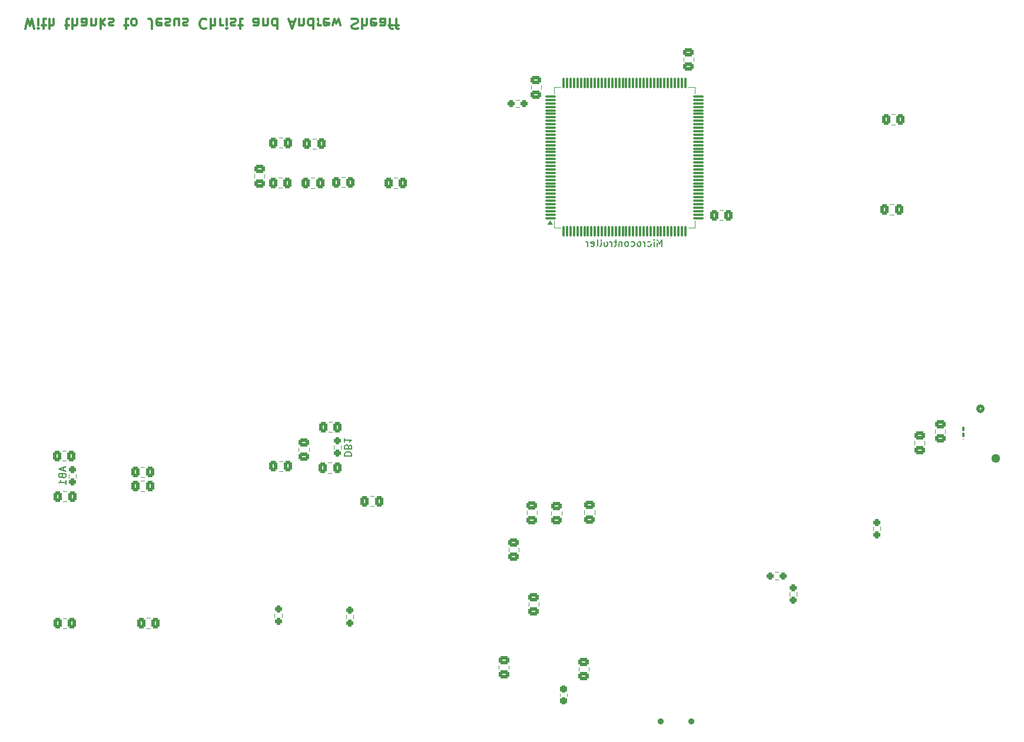
<source format=gbo>
G04 #@! TF.GenerationSoftware,KiCad,Pcbnew,8.0.5*
G04 #@! TF.CreationDate,2024-11-21T04:32:58-05:00*
G04 #@! TF.ProjectId,PCB_Order3,5043425f-4f72-4646-9572-332e6b696361,rev?*
G04 #@! TF.SameCoordinates,Original*
G04 #@! TF.FileFunction,Legend,Bot*
G04 #@! TF.FilePolarity,Positive*
%FSLAX46Y46*%
G04 Gerber Fmt 4.6, Leading zero omitted, Abs format (unit mm)*
G04 Created by KiCad (PCBNEW 8.0.5) date 2024-11-21 04:32:58*
%MOMM*%
%LPD*%
G01*
G04 APERTURE LIST*
G04 Aperture macros list*
%AMRoundRect*
0 Rectangle with rounded corners*
0 $1 Rounding radius*
0 $2 $3 $4 $5 $6 $7 $8 $9 X,Y pos of 4 corners*
0 Add a 4 corners polygon primitive as box body*
4,1,4,$2,$3,$4,$5,$6,$7,$8,$9,$2,$3,0*
0 Add four circle primitives for the rounded corners*
1,1,$1+$1,$2,$3*
1,1,$1+$1,$4,$5*
1,1,$1+$1,$6,$7*
1,1,$1+$1,$8,$9*
0 Add four rect primitives between the rounded corners*
20,1,$1+$1,$2,$3,$4,$5,0*
20,1,$1+$1,$4,$5,$6,$7,0*
20,1,$1+$1,$6,$7,$8,$9,0*
20,1,$1+$1,$8,$9,$2,$3,0*%
G04 Aperture macros list end*
%ADD10C,0.300000*%
%ADD11C,0.150000*%
%ADD12C,0.120000*%
%ADD13C,0.508000*%
%ADD14C,0.100000*%
%ADD15C,1.295400*%
%ADD16C,0.900000*%
%ADD17RoundRect,0.237500X-0.237500X0.250000X-0.237500X-0.250000X0.237500X-0.250000X0.237500X0.250000X0*%
%ADD18C,1.303000*%
%ADD19C,1.300000*%
%ADD20R,1.700000X1.700000*%
%ADD21O,1.700000X1.700000*%
%ADD22C,1.600000*%
%ADD23C,1.574800*%
%ADD24R,1.600000X1.600000*%
%ADD25R,1.320800X1.320800*%
%ADD26C,1.320800*%
%ADD27R,3.765000X3.765000*%
%ADD28C,3.765000*%
%ADD29RoundRect,0.250000X0.337500X0.475000X-0.337500X0.475000X-0.337500X-0.475000X0.337500X-0.475000X0*%
%ADD30RoundRect,0.100000X0.100000X-0.217500X0.100000X0.217500X-0.100000X0.217500X-0.100000X-0.217500X0*%
%ADD31RoundRect,0.237500X0.250000X0.237500X-0.250000X0.237500X-0.250000X-0.237500X0.250000X-0.237500X0*%
%ADD32RoundRect,0.250000X0.475000X-0.337500X0.475000X0.337500X-0.475000X0.337500X-0.475000X-0.337500X0*%
%ADD33RoundRect,0.237500X-0.237500X0.300000X-0.237500X-0.300000X0.237500X-0.300000X0.237500X0.300000X0*%
%ADD34RoundRect,0.250000X-0.337500X-0.475000X0.337500X-0.475000X0.337500X0.475000X-0.337500X0.475000X0*%
%ADD35RoundRect,0.237500X-0.250000X-0.237500X0.250000X-0.237500X0.250000X0.237500X-0.250000X0.237500X0*%
%ADD36RoundRect,0.250000X-0.475000X0.337500X-0.475000X-0.337500X0.475000X-0.337500X0.475000X0.337500X0*%
%ADD37RoundRect,0.075000X-0.075000X-0.662500X0.075000X-0.662500X0.075000X0.662500X-0.075000X0.662500X0*%
%ADD38RoundRect,0.075000X-0.662500X-0.075000X0.662500X-0.075000X0.662500X0.075000X-0.662500X0.075000X0*%
%ADD39RoundRect,0.237500X0.237500X-0.250000X0.237500X0.250000X-0.237500X0.250000X-0.237500X-0.250000X0*%
%ADD40C,0.350000*%
%ADD41C,0.450000*%
%ADD42C,0.600000*%
G04 APERTURE END LIST*
D10*
X33871653Y-65079171D02*
X34228796Y-63579171D01*
X34228796Y-63579171D02*
X34514510Y-64650600D01*
X34514510Y-64650600D02*
X34800225Y-63579171D01*
X34800225Y-63579171D02*
X35157368Y-65079171D01*
X35728796Y-63579171D02*
X35728796Y-64579171D01*
X35728796Y-65079171D02*
X35657368Y-65007742D01*
X35657368Y-65007742D02*
X35728796Y-64936314D01*
X35728796Y-64936314D02*
X35800225Y-65007742D01*
X35800225Y-65007742D02*
X35728796Y-65079171D01*
X35728796Y-65079171D02*
X35728796Y-64936314D01*
X36228797Y-64579171D02*
X36800225Y-64579171D01*
X36443082Y-65079171D02*
X36443082Y-63793457D01*
X36443082Y-63793457D02*
X36514511Y-63650600D01*
X36514511Y-63650600D02*
X36657368Y-63579171D01*
X36657368Y-63579171D02*
X36800225Y-63579171D01*
X37300225Y-63579171D02*
X37300225Y-65079171D01*
X37943083Y-63579171D02*
X37943083Y-64364885D01*
X37943083Y-64364885D02*
X37871654Y-64507742D01*
X37871654Y-64507742D02*
X37728797Y-64579171D01*
X37728797Y-64579171D02*
X37514511Y-64579171D01*
X37514511Y-64579171D02*
X37371654Y-64507742D01*
X37371654Y-64507742D02*
X37300225Y-64436314D01*
X39585940Y-64579171D02*
X40157368Y-64579171D01*
X39800225Y-65079171D02*
X39800225Y-63793457D01*
X39800225Y-63793457D02*
X39871654Y-63650600D01*
X39871654Y-63650600D02*
X40014511Y-63579171D01*
X40014511Y-63579171D02*
X40157368Y-63579171D01*
X40657368Y-63579171D02*
X40657368Y-65079171D01*
X41300226Y-63579171D02*
X41300226Y-64364885D01*
X41300226Y-64364885D02*
X41228797Y-64507742D01*
X41228797Y-64507742D02*
X41085940Y-64579171D01*
X41085940Y-64579171D02*
X40871654Y-64579171D01*
X40871654Y-64579171D02*
X40728797Y-64507742D01*
X40728797Y-64507742D02*
X40657368Y-64436314D01*
X42657369Y-63579171D02*
X42657369Y-64364885D01*
X42657369Y-64364885D02*
X42585940Y-64507742D01*
X42585940Y-64507742D02*
X42443083Y-64579171D01*
X42443083Y-64579171D02*
X42157369Y-64579171D01*
X42157369Y-64579171D02*
X42014511Y-64507742D01*
X42657369Y-63650600D02*
X42514511Y-63579171D01*
X42514511Y-63579171D02*
X42157369Y-63579171D01*
X42157369Y-63579171D02*
X42014511Y-63650600D01*
X42014511Y-63650600D02*
X41943083Y-63793457D01*
X41943083Y-63793457D02*
X41943083Y-63936314D01*
X41943083Y-63936314D02*
X42014511Y-64079171D01*
X42014511Y-64079171D02*
X42157369Y-64150600D01*
X42157369Y-64150600D02*
X42514511Y-64150600D01*
X42514511Y-64150600D02*
X42657369Y-64222028D01*
X43371654Y-64579171D02*
X43371654Y-63579171D01*
X43371654Y-64436314D02*
X43443083Y-64507742D01*
X43443083Y-64507742D02*
X43585940Y-64579171D01*
X43585940Y-64579171D02*
X43800226Y-64579171D01*
X43800226Y-64579171D02*
X43943083Y-64507742D01*
X43943083Y-64507742D02*
X44014512Y-64364885D01*
X44014512Y-64364885D02*
X44014512Y-63579171D01*
X44728797Y-63579171D02*
X44728797Y-65079171D01*
X44871655Y-64150600D02*
X45300226Y-63579171D01*
X45300226Y-64579171D02*
X44728797Y-64007742D01*
X45871655Y-63650600D02*
X46014512Y-63579171D01*
X46014512Y-63579171D02*
X46300226Y-63579171D01*
X46300226Y-63579171D02*
X46443083Y-63650600D01*
X46443083Y-63650600D02*
X46514512Y-63793457D01*
X46514512Y-63793457D02*
X46514512Y-63864885D01*
X46514512Y-63864885D02*
X46443083Y-64007742D01*
X46443083Y-64007742D02*
X46300226Y-64079171D01*
X46300226Y-64079171D02*
X46085941Y-64079171D01*
X46085941Y-64079171D02*
X45943083Y-64150600D01*
X45943083Y-64150600D02*
X45871655Y-64293457D01*
X45871655Y-64293457D02*
X45871655Y-64364885D01*
X45871655Y-64364885D02*
X45943083Y-64507742D01*
X45943083Y-64507742D02*
X46085941Y-64579171D01*
X46085941Y-64579171D02*
X46300226Y-64579171D01*
X46300226Y-64579171D02*
X46443083Y-64507742D01*
X48085941Y-64579171D02*
X48657369Y-64579171D01*
X48300226Y-65079171D02*
X48300226Y-63793457D01*
X48300226Y-63793457D02*
X48371655Y-63650600D01*
X48371655Y-63650600D02*
X48514512Y-63579171D01*
X48514512Y-63579171D02*
X48657369Y-63579171D01*
X49371655Y-63579171D02*
X49228798Y-63650600D01*
X49228798Y-63650600D02*
X49157369Y-63722028D01*
X49157369Y-63722028D02*
X49085941Y-63864885D01*
X49085941Y-63864885D02*
X49085941Y-64293457D01*
X49085941Y-64293457D02*
X49157369Y-64436314D01*
X49157369Y-64436314D02*
X49228798Y-64507742D01*
X49228798Y-64507742D02*
X49371655Y-64579171D01*
X49371655Y-64579171D02*
X49585941Y-64579171D01*
X49585941Y-64579171D02*
X49728798Y-64507742D01*
X49728798Y-64507742D02*
X49800227Y-64436314D01*
X49800227Y-64436314D02*
X49871655Y-64293457D01*
X49871655Y-64293457D02*
X49871655Y-63864885D01*
X49871655Y-63864885D02*
X49800227Y-63722028D01*
X49800227Y-63722028D02*
X49728798Y-63650600D01*
X49728798Y-63650600D02*
X49585941Y-63579171D01*
X49585941Y-63579171D02*
X49371655Y-63579171D01*
X52085941Y-65079171D02*
X52085941Y-64007742D01*
X52085941Y-64007742D02*
X52014512Y-63793457D01*
X52014512Y-63793457D02*
X51871655Y-63650600D01*
X51871655Y-63650600D02*
X51657369Y-63579171D01*
X51657369Y-63579171D02*
X51514512Y-63579171D01*
X53371655Y-63650600D02*
X53228798Y-63579171D01*
X53228798Y-63579171D02*
X52943084Y-63579171D01*
X52943084Y-63579171D02*
X52800226Y-63650600D01*
X52800226Y-63650600D02*
X52728798Y-63793457D01*
X52728798Y-63793457D02*
X52728798Y-64364885D01*
X52728798Y-64364885D02*
X52800226Y-64507742D01*
X52800226Y-64507742D02*
X52943084Y-64579171D01*
X52943084Y-64579171D02*
X53228798Y-64579171D01*
X53228798Y-64579171D02*
X53371655Y-64507742D01*
X53371655Y-64507742D02*
X53443084Y-64364885D01*
X53443084Y-64364885D02*
X53443084Y-64222028D01*
X53443084Y-64222028D02*
X52728798Y-64079171D01*
X54014512Y-63650600D02*
X54157369Y-63579171D01*
X54157369Y-63579171D02*
X54443083Y-63579171D01*
X54443083Y-63579171D02*
X54585940Y-63650600D01*
X54585940Y-63650600D02*
X54657369Y-63793457D01*
X54657369Y-63793457D02*
X54657369Y-63864885D01*
X54657369Y-63864885D02*
X54585940Y-64007742D01*
X54585940Y-64007742D02*
X54443083Y-64079171D01*
X54443083Y-64079171D02*
X54228798Y-64079171D01*
X54228798Y-64079171D02*
X54085940Y-64150600D01*
X54085940Y-64150600D02*
X54014512Y-64293457D01*
X54014512Y-64293457D02*
X54014512Y-64364885D01*
X54014512Y-64364885D02*
X54085940Y-64507742D01*
X54085940Y-64507742D02*
X54228798Y-64579171D01*
X54228798Y-64579171D02*
X54443083Y-64579171D01*
X54443083Y-64579171D02*
X54585940Y-64507742D01*
X55943084Y-64579171D02*
X55943084Y-63579171D01*
X55300226Y-64579171D02*
X55300226Y-63793457D01*
X55300226Y-63793457D02*
X55371655Y-63650600D01*
X55371655Y-63650600D02*
X55514512Y-63579171D01*
X55514512Y-63579171D02*
X55728798Y-63579171D01*
X55728798Y-63579171D02*
X55871655Y-63650600D01*
X55871655Y-63650600D02*
X55943084Y-63722028D01*
X56585941Y-63650600D02*
X56728798Y-63579171D01*
X56728798Y-63579171D02*
X57014512Y-63579171D01*
X57014512Y-63579171D02*
X57157369Y-63650600D01*
X57157369Y-63650600D02*
X57228798Y-63793457D01*
X57228798Y-63793457D02*
X57228798Y-63864885D01*
X57228798Y-63864885D02*
X57157369Y-64007742D01*
X57157369Y-64007742D02*
X57014512Y-64079171D01*
X57014512Y-64079171D02*
X56800227Y-64079171D01*
X56800227Y-64079171D02*
X56657369Y-64150600D01*
X56657369Y-64150600D02*
X56585941Y-64293457D01*
X56585941Y-64293457D02*
X56585941Y-64364885D01*
X56585941Y-64364885D02*
X56657369Y-64507742D01*
X56657369Y-64507742D02*
X56800227Y-64579171D01*
X56800227Y-64579171D02*
X57014512Y-64579171D01*
X57014512Y-64579171D02*
X57157369Y-64507742D01*
X59871655Y-63722028D02*
X59800227Y-63650600D01*
X59800227Y-63650600D02*
X59585941Y-63579171D01*
X59585941Y-63579171D02*
X59443084Y-63579171D01*
X59443084Y-63579171D02*
X59228798Y-63650600D01*
X59228798Y-63650600D02*
X59085941Y-63793457D01*
X59085941Y-63793457D02*
X59014512Y-63936314D01*
X59014512Y-63936314D02*
X58943084Y-64222028D01*
X58943084Y-64222028D02*
X58943084Y-64436314D01*
X58943084Y-64436314D02*
X59014512Y-64722028D01*
X59014512Y-64722028D02*
X59085941Y-64864885D01*
X59085941Y-64864885D02*
X59228798Y-65007742D01*
X59228798Y-65007742D02*
X59443084Y-65079171D01*
X59443084Y-65079171D02*
X59585941Y-65079171D01*
X59585941Y-65079171D02*
X59800227Y-65007742D01*
X59800227Y-65007742D02*
X59871655Y-64936314D01*
X60514512Y-63579171D02*
X60514512Y-65079171D01*
X61157370Y-63579171D02*
X61157370Y-64364885D01*
X61157370Y-64364885D02*
X61085941Y-64507742D01*
X61085941Y-64507742D02*
X60943084Y-64579171D01*
X60943084Y-64579171D02*
X60728798Y-64579171D01*
X60728798Y-64579171D02*
X60585941Y-64507742D01*
X60585941Y-64507742D02*
X60514512Y-64436314D01*
X61871655Y-63579171D02*
X61871655Y-64579171D01*
X61871655Y-64293457D02*
X61943084Y-64436314D01*
X61943084Y-64436314D02*
X62014513Y-64507742D01*
X62014513Y-64507742D02*
X62157370Y-64579171D01*
X62157370Y-64579171D02*
X62300227Y-64579171D01*
X62800226Y-63579171D02*
X62800226Y-64579171D01*
X62800226Y-65079171D02*
X62728798Y-65007742D01*
X62728798Y-65007742D02*
X62800226Y-64936314D01*
X62800226Y-64936314D02*
X62871655Y-65007742D01*
X62871655Y-65007742D02*
X62800226Y-65079171D01*
X62800226Y-65079171D02*
X62800226Y-64936314D01*
X63443084Y-63650600D02*
X63585941Y-63579171D01*
X63585941Y-63579171D02*
X63871655Y-63579171D01*
X63871655Y-63579171D02*
X64014512Y-63650600D01*
X64014512Y-63650600D02*
X64085941Y-63793457D01*
X64085941Y-63793457D02*
X64085941Y-63864885D01*
X64085941Y-63864885D02*
X64014512Y-64007742D01*
X64014512Y-64007742D02*
X63871655Y-64079171D01*
X63871655Y-64079171D02*
X63657370Y-64079171D01*
X63657370Y-64079171D02*
X63514512Y-64150600D01*
X63514512Y-64150600D02*
X63443084Y-64293457D01*
X63443084Y-64293457D02*
X63443084Y-64364885D01*
X63443084Y-64364885D02*
X63514512Y-64507742D01*
X63514512Y-64507742D02*
X63657370Y-64579171D01*
X63657370Y-64579171D02*
X63871655Y-64579171D01*
X63871655Y-64579171D02*
X64014512Y-64507742D01*
X64514513Y-64579171D02*
X65085941Y-64579171D01*
X64728798Y-65079171D02*
X64728798Y-63793457D01*
X64728798Y-63793457D02*
X64800227Y-63650600D01*
X64800227Y-63650600D02*
X64943084Y-63579171D01*
X64943084Y-63579171D02*
X65085941Y-63579171D01*
X67371656Y-63579171D02*
X67371656Y-64364885D01*
X67371656Y-64364885D02*
X67300227Y-64507742D01*
X67300227Y-64507742D02*
X67157370Y-64579171D01*
X67157370Y-64579171D02*
X66871656Y-64579171D01*
X66871656Y-64579171D02*
X66728798Y-64507742D01*
X67371656Y-63650600D02*
X67228798Y-63579171D01*
X67228798Y-63579171D02*
X66871656Y-63579171D01*
X66871656Y-63579171D02*
X66728798Y-63650600D01*
X66728798Y-63650600D02*
X66657370Y-63793457D01*
X66657370Y-63793457D02*
X66657370Y-63936314D01*
X66657370Y-63936314D02*
X66728798Y-64079171D01*
X66728798Y-64079171D02*
X66871656Y-64150600D01*
X66871656Y-64150600D02*
X67228798Y-64150600D01*
X67228798Y-64150600D02*
X67371656Y-64222028D01*
X68085941Y-64579171D02*
X68085941Y-63579171D01*
X68085941Y-64436314D02*
X68157370Y-64507742D01*
X68157370Y-64507742D02*
X68300227Y-64579171D01*
X68300227Y-64579171D02*
X68514513Y-64579171D01*
X68514513Y-64579171D02*
X68657370Y-64507742D01*
X68657370Y-64507742D02*
X68728799Y-64364885D01*
X68728799Y-64364885D02*
X68728799Y-63579171D01*
X70085942Y-63579171D02*
X70085942Y-65079171D01*
X70085942Y-63650600D02*
X69943084Y-63579171D01*
X69943084Y-63579171D02*
X69657370Y-63579171D01*
X69657370Y-63579171D02*
X69514513Y-63650600D01*
X69514513Y-63650600D02*
X69443084Y-63722028D01*
X69443084Y-63722028D02*
X69371656Y-63864885D01*
X69371656Y-63864885D02*
X69371656Y-64293457D01*
X69371656Y-64293457D02*
X69443084Y-64436314D01*
X69443084Y-64436314D02*
X69514513Y-64507742D01*
X69514513Y-64507742D02*
X69657370Y-64579171D01*
X69657370Y-64579171D02*
X69943084Y-64579171D01*
X69943084Y-64579171D02*
X70085942Y-64507742D01*
X71871656Y-64007742D02*
X72585942Y-64007742D01*
X71728799Y-63579171D02*
X72228799Y-65079171D01*
X72228799Y-65079171D02*
X72728799Y-63579171D01*
X73228798Y-64579171D02*
X73228798Y-63579171D01*
X73228798Y-64436314D02*
X73300227Y-64507742D01*
X73300227Y-64507742D02*
X73443084Y-64579171D01*
X73443084Y-64579171D02*
X73657370Y-64579171D01*
X73657370Y-64579171D02*
X73800227Y-64507742D01*
X73800227Y-64507742D02*
X73871656Y-64364885D01*
X73871656Y-64364885D02*
X73871656Y-63579171D01*
X75228799Y-63579171D02*
X75228799Y-65079171D01*
X75228799Y-63650600D02*
X75085941Y-63579171D01*
X75085941Y-63579171D02*
X74800227Y-63579171D01*
X74800227Y-63579171D02*
X74657370Y-63650600D01*
X74657370Y-63650600D02*
X74585941Y-63722028D01*
X74585941Y-63722028D02*
X74514513Y-63864885D01*
X74514513Y-63864885D02*
X74514513Y-64293457D01*
X74514513Y-64293457D02*
X74585941Y-64436314D01*
X74585941Y-64436314D02*
X74657370Y-64507742D01*
X74657370Y-64507742D02*
X74800227Y-64579171D01*
X74800227Y-64579171D02*
X75085941Y-64579171D01*
X75085941Y-64579171D02*
X75228799Y-64507742D01*
X75943084Y-63579171D02*
X75943084Y-64579171D01*
X75943084Y-64293457D02*
X76014513Y-64436314D01*
X76014513Y-64436314D02*
X76085942Y-64507742D01*
X76085942Y-64507742D02*
X76228799Y-64579171D01*
X76228799Y-64579171D02*
X76371656Y-64579171D01*
X77443084Y-63650600D02*
X77300227Y-63579171D01*
X77300227Y-63579171D02*
X77014513Y-63579171D01*
X77014513Y-63579171D02*
X76871655Y-63650600D01*
X76871655Y-63650600D02*
X76800227Y-63793457D01*
X76800227Y-63793457D02*
X76800227Y-64364885D01*
X76800227Y-64364885D02*
X76871655Y-64507742D01*
X76871655Y-64507742D02*
X77014513Y-64579171D01*
X77014513Y-64579171D02*
X77300227Y-64579171D01*
X77300227Y-64579171D02*
X77443084Y-64507742D01*
X77443084Y-64507742D02*
X77514513Y-64364885D01*
X77514513Y-64364885D02*
X77514513Y-64222028D01*
X77514513Y-64222028D02*
X76800227Y-64079171D01*
X78014512Y-64579171D02*
X78300227Y-63579171D01*
X78300227Y-63579171D02*
X78585941Y-64293457D01*
X78585941Y-64293457D02*
X78871655Y-63579171D01*
X78871655Y-63579171D02*
X79157369Y-64579171D01*
X80800227Y-63650600D02*
X81014513Y-63579171D01*
X81014513Y-63579171D02*
X81371655Y-63579171D01*
X81371655Y-63579171D02*
X81514513Y-63650600D01*
X81514513Y-63650600D02*
X81585941Y-63722028D01*
X81585941Y-63722028D02*
X81657370Y-63864885D01*
X81657370Y-63864885D02*
X81657370Y-64007742D01*
X81657370Y-64007742D02*
X81585941Y-64150600D01*
X81585941Y-64150600D02*
X81514513Y-64222028D01*
X81514513Y-64222028D02*
X81371655Y-64293457D01*
X81371655Y-64293457D02*
X81085941Y-64364885D01*
X81085941Y-64364885D02*
X80943084Y-64436314D01*
X80943084Y-64436314D02*
X80871655Y-64507742D01*
X80871655Y-64507742D02*
X80800227Y-64650600D01*
X80800227Y-64650600D02*
X80800227Y-64793457D01*
X80800227Y-64793457D02*
X80871655Y-64936314D01*
X80871655Y-64936314D02*
X80943084Y-65007742D01*
X80943084Y-65007742D02*
X81085941Y-65079171D01*
X81085941Y-65079171D02*
X81443084Y-65079171D01*
X81443084Y-65079171D02*
X81657370Y-65007742D01*
X82300226Y-63579171D02*
X82300226Y-65079171D01*
X82943084Y-63579171D02*
X82943084Y-64364885D01*
X82943084Y-64364885D02*
X82871655Y-64507742D01*
X82871655Y-64507742D02*
X82728798Y-64579171D01*
X82728798Y-64579171D02*
X82514512Y-64579171D01*
X82514512Y-64579171D02*
X82371655Y-64507742D01*
X82371655Y-64507742D02*
X82300226Y-64436314D01*
X84228798Y-63650600D02*
X84085941Y-63579171D01*
X84085941Y-63579171D02*
X83800227Y-63579171D01*
X83800227Y-63579171D02*
X83657369Y-63650600D01*
X83657369Y-63650600D02*
X83585941Y-63793457D01*
X83585941Y-63793457D02*
X83585941Y-64364885D01*
X83585941Y-64364885D02*
X83657369Y-64507742D01*
X83657369Y-64507742D02*
X83800227Y-64579171D01*
X83800227Y-64579171D02*
X84085941Y-64579171D01*
X84085941Y-64579171D02*
X84228798Y-64507742D01*
X84228798Y-64507742D02*
X84300227Y-64364885D01*
X84300227Y-64364885D02*
X84300227Y-64222028D01*
X84300227Y-64222028D02*
X83585941Y-64079171D01*
X85585941Y-63579171D02*
X85585941Y-64364885D01*
X85585941Y-64364885D02*
X85514512Y-64507742D01*
X85514512Y-64507742D02*
X85371655Y-64579171D01*
X85371655Y-64579171D02*
X85085941Y-64579171D01*
X85085941Y-64579171D02*
X84943083Y-64507742D01*
X85585941Y-63650600D02*
X85443083Y-63579171D01*
X85443083Y-63579171D02*
X85085941Y-63579171D01*
X85085941Y-63579171D02*
X84943083Y-63650600D01*
X84943083Y-63650600D02*
X84871655Y-63793457D01*
X84871655Y-63793457D02*
X84871655Y-63936314D01*
X84871655Y-63936314D02*
X84943083Y-64079171D01*
X84943083Y-64079171D02*
X85085941Y-64150600D01*
X85085941Y-64150600D02*
X85443083Y-64150600D01*
X85443083Y-64150600D02*
X85585941Y-64222028D01*
X86085941Y-64579171D02*
X86657369Y-64579171D01*
X86300226Y-63579171D02*
X86300226Y-64864885D01*
X86300226Y-64864885D02*
X86371655Y-65007742D01*
X86371655Y-65007742D02*
X86514512Y-65079171D01*
X86514512Y-65079171D02*
X86657369Y-65079171D01*
X86943084Y-64579171D02*
X87514512Y-64579171D01*
X87157369Y-63579171D02*
X87157369Y-64864885D01*
X87157369Y-64864885D02*
X87228798Y-65007742D01*
X87228798Y-65007742D02*
X87371655Y-65079171D01*
X87371655Y-65079171D02*
X87514512Y-65079171D01*
D11*
X39389104Y-128160714D02*
X39389104Y-128636904D01*
X39674819Y-128065476D02*
X38674819Y-128398809D01*
X38674819Y-128398809D02*
X39674819Y-128732142D01*
X39151009Y-129398809D02*
X39198628Y-129541666D01*
X39198628Y-129541666D02*
X39246247Y-129589285D01*
X39246247Y-129589285D02*
X39341485Y-129636904D01*
X39341485Y-129636904D02*
X39484342Y-129636904D01*
X39484342Y-129636904D02*
X39579580Y-129589285D01*
X39579580Y-129589285D02*
X39627200Y-129541666D01*
X39627200Y-129541666D02*
X39674819Y-129446428D01*
X39674819Y-129446428D02*
X39674819Y-129065476D01*
X39674819Y-129065476D02*
X38674819Y-129065476D01*
X38674819Y-129065476D02*
X38674819Y-129398809D01*
X38674819Y-129398809D02*
X38722438Y-129494047D01*
X38722438Y-129494047D02*
X38770057Y-129541666D01*
X38770057Y-129541666D02*
X38865295Y-129589285D01*
X38865295Y-129589285D02*
X38960533Y-129589285D01*
X38960533Y-129589285D02*
X39055771Y-129541666D01*
X39055771Y-129541666D02*
X39103390Y-129494047D01*
X39103390Y-129494047D02*
X39151009Y-129398809D01*
X39151009Y-129398809D02*
X39151009Y-129065476D01*
X39674819Y-130589285D02*
X39674819Y-130017857D01*
X39674819Y-130303571D02*
X38674819Y-130303571D01*
X38674819Y-130303571D02*
X38817676Y-130208333D01*
X38817676Y-130208333D02*
X38912914Y-130113095D01*
X38912914Y-130113095D02*
X38960533Y-130017857D01*
X125404762Y-96339819D02*
X125404762Y-95339819D01*
X125404762Y-95339819D02*
X125071429Y-96054104D01*
X125071429Y-96054104D02*
X124738096Y-95339819D01*
X124738096Y-95339819D02*
X124738096Y-96339819D01*
X124261905Y-96339819D02*
X124261905Y-95673152D01*
X124261905Y-95339819D02*
X124309524Y-95387438D01*
X124309524Y-95387438D02*
X124261905Y-95435057D01*
X124261905Y-95435057D02*
X124214286Y-95387438D01*
X124214286Y-95387438D02*
X124261905Y-95339819D01*
X124261905Y-95339819D02*
X124261905Y-95435057D01*
X123357144Y-96292200D02*
X123452382Y-96339819D01*
X123452382Y-96339819D02*
X123642858Y-96339819D01*
X123642858Y-96339819D02*
X123738096Y-96292200D01*
X123738096Y-96292200D02*
X123785715Y-96244580D01*
X123785715Y-96244580D02*
X123833334Y-96149342D01*
X123833334Y-96149342D02*
X123833334Y-95863628D01*
X123833334Y-95863628D02*
X123785715Y-95768390D01*
X123785715Y-95768390D02*
X123738096Y-95720771D01*
X123738096Y-95720771D02*
X123642858Y-95673152D01*
X123642858Y-95673152D02*
X123452382Y-95673152D01*
X123452382Y-95673152D02*
X123357144Y-95720771D01*
X122928572Y-96339819D02*
X122928572Y-95673152D01*
X122928572Y-95863628D02*
X122880953Y-95768390D01*
X122880953Y-95768390D02*
X122833334Y-95720771D01*
X122833334Y-95720771D02*
X122738096Y-95673152D01*
X122738096Y-95673152D02*
X122642858Y-95673152D01*
X122166667Y-96339819D02*
X122261905Y-96292200D01*
X122261905Y-96292200D02*
X122309524Y-96244580D01*
X122309524Y-96244580D02*
X122357143Y-96149342D01*
X122357143Y-96149342D02*
X122357143Y-95863628D01*
X122357143Y-95863628D02*
X122309524Y-95768390D01*
X122309524Y-95768390D02*
X122261905Y-95720771D01*
X122261905Y-95720771D02*
X122166667Y-95673152D01*
X122166667Y-95673152D02*
X122023810Y-95673152D01*
X122023810Y-95673152D02*
X121928572Y-95720771D01*
X121928572Y-95720771D02*
X121880953Y-95768390D01*
X121880953Y-95768390D02*
X121833334Y-95863628D01*
X121833334Y-95863628D02*
X121833334Y-96149342D01*
X121833334Y-96149342D02*
X121880953Y-96244580D01*
X121880953Y-96244580D02*
X121928572Y-96292200D01*
X121928572Y-96292200D02*
X122023810Y-96339819D01*
X122023810Y-96339819D02*
X122166667Y-96339819D01*
X120976191Y-96292200D02*
X121071429Y-96339819D01*
X121071429Y-96339819D02*
X121261905Y-96339819D01*
X121261905Y-96339819D02*
X121357143Y-96292200D01*
X121357143Y-96292200D02*
X121404762Y-96244580D01*
X121404762Y-96244580D02*
X121452381Y-96149342D01*
X121452381Y-96149342D02*
X121452381Y-95863628D01*
X121452381Y-95863628D02*
X121404762Y-95768390D01*
X121404762Y-95768390D02*
X121357143Y-95720771D01*
X121357143Y-95720771D02*
X121261905Y-95673152D01*
X121261905Y-95673152D02*
X121071429Y-95673152D01*
X121071429Y-95673152D02*
X120976191Y-95720771D01*
X120404762Y-96339819D02*
X120500000Y-96292200D01*
X120500000Y-96292200D02*
X120547619Y-96244580D01*
X120547619Y-96244580D02*
X120595238Y-96149342D01*
X120595238Y-96149342D02*
X120595238Y-95863628D01*
X120595238Y-95863628D02*
X120547619Y-95768390D01*
X120547619Y-95768390D02*
X120500000Y-95720771D01*
X120500000Y-95720771D02*
X120404762Y-95673152D01*
X120404762Y-95673152D02*
X120261905Y-95673152D01*
X120261905Y-95673152D02*
X120166667Y-95720771D01*
X120166667Y-95720771D02*
X120119048Y-95768390D01*
X120119048Y-95768390D02*
X120071429Y-95863628D01*
X120071429Y-95863628D02*
X120071429Y-96149342D01*
X120071429Y-96149342D02*
X120119048Y-96244580D01*
X120119048Y-96244580D02*
X120166667Y-96292200D01*
X120166667Y-96292200D02*
X120261905Y-96339819D01*
X120261905Y-96339819D02*
X120404762Y-96339819D01*
X119642857Y-95673152D02*
X119642857Y-96339819D01*
X119642857Y-95768390D02*
X119595238Y-95720771D01*
X119595238Y-95720771D02*
X119500000Y-95673152D01*
X119500000Y-95673152D02*
X119357143Y-95673152D01*
X119357143Y-95673152D02*
X119261905Y-95720771D01*
X119261905Y-95720771D02*
X119214286Y-95816009D01*
X119214286Y-95816009D02*
X119214286Y-96339819D01*
X118880952Y-95673152D02*
X118500000Y-95673152D01*
X118738095Y-95339819D02*
X118738095Y-96196961D01*
X118738095Y-96196961D02*
X118690476Y-96292200D01*
X118690476Y-96292200D02*
X118595238Y-96339819D01*
X118595238Y-96339819D02*
X118500000Y-96339819D01*
X118166666Y-96339819D02*
X118166666Y-95673152D01*
X118166666Y-95863628D02*
X118119047Y-95768390D01*
X118119047Y-95768390D02*
X118071428Y-95720771D01*
X118071428Y-95720771D02*
X117976190Y-95673152D01*
X117976190Y-95673152D02*
X117880952Y-95673152D01*
X117404761Y-96339819D02*
X117499999Y-96292200D01*
X117499999Y-96292200D02*
X117547618Y-96244580D01*
X117547618Y-96244580D02*
X117595237Y-96149342D01*
X117595237Y-96149342D02*
X117595237Y-95863628D01*
X117595237Y-95863628D02*
X117547618Y-95768390D01*
X117547618Y-95768390D02*
X117499999Y-95720771D01*
X117499999Y-95720771D02*
X117404761Y-95673152D01*
X117404761Y-95673152D02*
X117261904Y-95673152D01*
X117261904Y-95673152D02*
X117166666Y-95720771D01*
X117166666Y-95720771D02*
X117119047Y-95768390D01*
X117119047Y-95768390D02*
X117071428Y-95863628D01*
X117071428Y-95863628D02*
X117071428Y-96149342D01*
X117071428Y-96149342D02*
X117119047Y-96244580D01*
X117119047Y-96244580D02*
X117166666Y-96292200D01*
X117166666Y-96292200D02*
X117261904Y-96339819D01*
X117261904Y-96339819D02*
X117404761Y-96339819D01*
X116499999Y-96339819D02*
X116595237Y-96292200D01*
X116595237Y-96292200D02*
X116642856Y-96196961D01*
X116642856Y-96196961D02*
X116642856Y-95339819D01*
X115976189Y-96339819D02*
X116071427Y-96292200D01*
X116071427Y-96292200D02*
X116119046Y-96196961D01*
X116119046Y-96196961D02*
X116119046Y-95339819D01*
X115214284Y-96292200D02*
X115309522Y-96339819D01*
X115309522Y-96339819D02*
X115499998Y-96339819D01*
X115499998Y-96339819D02*
X115595236Y-96292200D01*
X115595236Y-96292200D02*
X115642855Y-96196961D01*
X115642855Y-96196961D02*
X115642855Y-95816009D01*
X115642855Y-95816009D02*
X115595236Y-95720771D01*
X115595236Y-95720771D02*
X115499998Y-95673152D01*
X115499998Y-95673152D02*
X115309522Y-95673152D01*
X115309522Y-95673152D02*
X115214284Y-95720771D01*
X115214284Y-95720771D02*
X115166665Y-95816009D01*
X115166665Y-95816009D02*
X115166665Y-95911247D01*
X115166665Y-95911247D02*
X115642855Y-96006485D01*
X114738093Y-96339819D02*
X114738093Y-95673152D01*
X114738093Y-95863628D02*
X114690474Y-95768390D01*
X114690474Y-95768390D02*
X114642855Y-95720771D01*
X114642855Y-95720771D02*
X114547617Y-95673152D01*
X114547617Y-95673152D02*
X114452379Y-95673152D01*
X79775180Y-126478094D02*
X80775180Y-126478094D01*
X80775180Y-126478094D02*
X80775180Y-126239999D01*
X80775180Y-126239999D02*
X80727561Y-126097142D01*
X80727561Y-126097142D02*
X80632323Y-126001904D01*
X80632323Y-126001904D02*
X80537085Y-125954285D01*
X80537085Y-125954285D02*
X80346609Y-125906666D01*
X80346609Y-125906666D02*
X80203752Y-125906666D01*
X80203752Y-125906666D02*
X80013276Y-125954285D01*
X80013276Y-125954285D02*
X79918038Y-126001904D01*
X79918038Y-126001904D02*
X79822800Y-126097142D01*
X79822800Y-126097142D02*
X79775180Y-126239999D01*
X79775180Y-126239999D02*
X79775180Y-126478094D01*
X80298990Y-125144761D02*
X80251371Y-125001904D01*
X80251371Y-125001904D02*
X80203752Y-124954285D01*
X80203752Y-124954285D02*
X80108514Y-124906666D01*
X80108514Y-124906666D02*
X79965657Y-124906666D01*
X79965657Y-124906666D02*
X79870419Y-124954285D01*
X79870419Y-124954285D02*
X79822800Y-125001904D01*
X79822800Y-125001904D02*
X79775180Y-125097142D01*
X79775180Y-125097142D02*
X79775180Y-125478094D01*
X79775180Y-125478094D02*
X80775180Y-125478094D01*
X80775180Y-125478094D02*
X80775180Y-125144761D01*
X80775180Y-125144761D02*
X80727561Y-125049523D01*
X80727561Y-125049523D02*
X80679942Y-125001904D01*
X80679942Y-125001904D02*
X80584704Y-124954285D01*
X80584704Y-124954285D02*
X80489466Y-124954285D01*
X80489466Y-124954285D02*
X80394228Y-125001904D01*
X80394228Y-125001904D02*
X80346609Y-125049523D01*
X80346609Y-125049523D02*
X80298990Y-125144761D01*
X80298990Y-125144761D02*
X80298990Y-125478094D01*
X79775180Y-123954285D02*
X79775180Y-124525713D01*
X79775180Y-124239999D02*
X80775180Y-124239999D01*
X80775180Y-124239999D02*
X80632323Y-124335237D01*
X80632323Y-124335237D02*
X80537085Y-124430475D01*
X80537085Y-124430475D02*
X80489466Y-124525713D01*
D12*
X155747500Y-137224724D02*
X155747500Y-136715276D01*
X156792500Y-137224724D02*
X156792500Y-136715276D01*
D13*
X171567150Y-119716000D02*
G75*
G02*
X170805150Y-119716000I-381000J0D01*
G01*
X170805150Y-119716000D02*
G75*
G02*
X171567150Y-119716000I381000J0D01*
G01*
D12*
X77438748Y-121615000D02*
X77961252Y-121615000D01*
X77438748Y-123085000D02*
X77961252Y-123085000D01*
D14*
X168781150Y-124083400D02*
G75*
G02*
X168681150Y-124083400I-50000J0D01*
G01*
X168681150Y-124083400D02*
G75*
G02*
X168781150Y-124083400I50000J0D01*
G01*
D12*
X141620276Y-143227500D02*
X142129724Y-143227500D01*
X141620276Y-144272500D02*
X142129724Y-144272500D01*
X106565000Y-73198748D02*
X106565000Y-73721252D01*
X108035000Y-73198748D02*
X108035000Y-73721252D01*
X110740000Y-161046267D02*
X110740000Y-160753733D01*
X111760000Y-161046267D02*
X111760000Y-160753733D01*
X106215000Y-147588748D02*
X106215000Y-148111252D01*
X107685000Y-147588748D02*
X107685000Y-148111252D01*
X69702500Y-149679724D02*
X69702500Y-149170276D01*
X70747500Y-149679724D02*
X70747500Y-149170276D01*
X70263748Y-86465000D02*
X70786252Y-86465000D01*
X70263748Y-87935000D02*
X70786252Y-87935000D01*
X75138748Y-80865000D02*
X75661252Y-80865000D01*
X75138748Y-82335000D02*
X75661252Y-82335000D01*
X50986252Y-130090000D02*
X50463748Y-130090000D01*
X50986252Y-131560000D02*
X50463748Y-131560000D01*
X40127500Y-129629724D02*
X40127500Y-129120276D01*
X41172500Y-129629724D02*
X41172500Y-129120276D01*
X109490000Y-134463748D02*
X109490000Y-134986252D01*
X110960000Y-134463748D02*
X110960000Y-134986252D01*
X158408748Y-77345000D02*
X158931252Y-77345000D01*
X158408748Y-78815000D02*
X158931252Y-78815000D01*
X104904724Y-75287500D02*
X104395276Y-75287500D01*
X104904724Y-76332500D02*
X104395276Y-76332500D01*
X134198752Y-91140000D02*
X133676248Y-91140000D01*
X134198752Y-92610000D02*
X133676248Y-92610000D01*
X79977500Y-149879724D02*
X79977500Y-149370276D01*
X81022500Y-149879724D02*
X81022500Y-149370276D01*
X73165000Y-125338748D02*
X73165000Y-125861252D01*
X74635000Y-125338748D02*
X74635000Y-125861252D01*
X74938748Y-86490000D02*
X75461252Y-86490000D01*
X74938748Y-87960000D02*
X75461252Y-87960000D01*
X101915000Y-157161252D02*
X101915000Y-156638748D01*
X103385000Y-157161252D02*
X103385000Y-156638748D01*
X103340000Y-139713748D02*
X103340000Y-140236252D01*
X104810000Y-139713748D02*
X104810000Y-140236252D01*
X83438748Y-132265000D02*
X83961252Y-132265000D01*
X83438748Y-133735000D02*
X83961252Y-133735000D01*
X70313748Y-127240000D02*
X70836252Y-127240000D01*
X70313748Y-128710000D02*
X70836252Y-128710000D01*
X39163748Y-125765000D02*
X39686252Y-125765000D01*
X39163748Y-127235000D02*
X39686252Y-127235000D01*
X66790000Y-86511252D02*
X66790000Y-85988748D01*
X68260000Y-86511252D02*
X68260000Y-85988748D01*
X50986252Y-128090000D02*
X50463748Y-128090000D01*
X50986252Y-129560000D02*
X50463748Y-129560000D01*
X109640000Y-93165000D02*
X108960000Y-93165000D01*
X109300000Y-92695001D01*
X109640000Y-93165000D01*
G36*
X109640000Y-93165000D02*
G01*
X108960000Y-93165000D01*
X109300000Y-92695001D01*
X109640000Y-93165000D01*
G37*
X130110000Y-93645000D02*
X129160001Y-93645000D01*
X130110000Y-92695001D02*
X130110000Y-93645000D01*
X130110000Y-74374999D02*
X130110000Y-73425000D01*
X130110000Y-73425000D02*
X129160001Y-73425000D01*
X109890000Y-93645000D02*
X110839999Y-93645000D01*
X109890000Y-92695001D02*
X109890000Y-93645000D01*
X109890000Y-74374999D02*
X109890000Y-73425000D01*
X109890000Y-73425000D02*
X110839999Y-73425000D01*
X158183748Y-90295000D02*
X158706252Y-90295000D01*
X158183748Y-91765000D02*
X158706252Y-91765000D01*
X113415000Y-156913748D02*
X113415000Y-157436252D01*
X114885000Y-156913748D02*
X114885000Y-157436252D01*
X114240000Y-134861252D02*
X114240000Y-134338748D01*
X115710000Y-134861252D02*
X115710000Y-134338748D01*
X161696150Y-124869652D02*
X161696150Y-124347148D01*
X163166150Y-124869652D02*
X163166150Y-124347148D01*
X77911252Y-127465000D02*
X77388748Y-127465000D01*
X77911252Y-128935000D02*
X77388748Y-128935000D01*
X105965000Y-134936252D02*
X105965000Y-134413748D01*
X107435000Y-134936252D02*
X107435000Y-134413748D01*
X128490000Y-69198748D02*
X128490000Y-69721252D01*
X129960000Y-69198748D02*
X129960000Y-69721252D01*
X164666150Y-123219652D02*
X164666150Y-122697148D01*
X166136150Y-123219652D02*
X166136150Y-122697148D01*
X39811252Y-131590000D02*
X39288748Y-131590000D01*
X39811252Y-133060000D02*
X39288748Y-133060000D01*
X78202500Y-125479724D02*
X78202500Y-124970276D01*
X79247500Y-125479724D02*
X79247500Y-124970276D01*
X86863748Y-86515000D02*
X87386252Y-86515000D01*
X86863748Y-87985000D02*
X87386252Y-87985000D01*
X70836252Y-80715000D02*
X70313748Y-80715000D01*
X70836252Y-82185000D02*
X70313748Y-82185000D01*
X39801252Y-149855000D02*
X39278748Y-149855000D01*
X39801252Y-151325000D02*
X39278748Y-151325000D01*
X143752500Y-146120276D02*
X143752500Y-146629724D01*
X144797500Y-146120276D02*
X144797500Y-146629724D01*
X79313748Y-86390000D02*
X79836252Y-86390000D01*
X79313748Y-87860000D02*
X79836252Y-87860000D01*
X51278748Y-151295000D02*
X51801252Y-151295000D01*
X51278748Y-149825000D02*
X51801252Y-149825000D01*
D15*
X173346150Y-126853400D03*
D16*
X125200000Y-164675000D03*
X129600000Y-164675000D03*
%LPC*%
D17*
X156270000Y-136057500D03*
X156270000Y-137882500D03*
D18*
X109030000Y-165100000D03*
X111570000Y-165100000D03*
X114110000Y-165100000D03*
X116650000Y-165100000D03*
D19*
X118040000Y-160900000D03*
X107640000Y-160900000D03*
D20*
X150830000Y-140960000D03*
D21*
X153370000Y-140960000D03*
X155910000Y-140960000D03*
X158450000Y-140960000D03*
D22*
X84890000Y-150780000D03*
X87390000Y-150780000D03*
D18*
X93830000Y-165175000D03*
X96370000Y-165175000D03*
X98910000Y-165175000D03*
X101450000Y-165175000D03*
D19*
X92440000Y-160975000D03*
X102840000Y-160975000D03*
D23*
X171186150Y-121773400D03*
X171186150Y-124313400D03*
X171186150Y-126853400D03*
X171186150Y-129393400D03*
D24*
X123645113Y-151400000D03*
D22*
X121645113Y-151400000D03*
D25*
X120675000Y-138000000D03*
D26*
X123175000Y-138000000D03*
X125675000Y-138000000D03*
D27*
X33225000Y-160225000D03*
D28*
X38525000Y-160225000D03*
X52525000Y-160225000D03*
D27*
X63050000Y-160250000D03*
D28*
X68350000Y-160250000D03*
X82350000Y-160250000D03*
D22*
X65730000Y-150500000D03*
X63230000Y-150500000D03*
D20*
X107950000Y-50450000D03*
D21*
X105410000Y-50450000D03*
X102870000Y-50450000D03*
X100330000Y-50450000D03*
X97790000Y-50450000D03*
X95250000Y-50450000D03*
X92710000Y-50450000D03*
X90170000Y-50450000D03*
X87630000Y-50450000D03*
D20*
X129400000Y-50450000D03*
D21*
X126860000Y-50450000D03*
X124320000Y-50450000D03*
X121780000Y-50450000D03*
D29*
X78737500Y-122350000D03*
X76662500Y-122350000D03*
D30*
X168731150Y-123455900D03*
X168731150Y-122640900D03*
D31*
X142787500Y-143750000D03*
X140962500Y-143750000D03*
D32*
X107300000Y-74497500D03*
X107300000Y-72422500D03*
D33*
X111250000Y-160037500D03*
X111250000Y-161762500D03*
D32*
X106950000Y-148887500D03*
X106950000Y-146812500D03*
D17*
X70225000Y-148512500D03*
X70225000Y-150337500D03*
D29*
X71562500Y-87200000D03*
X69487500Y-87200000D03*
X76437500Y-81600000D03*
X74362500Y-81600000D03*
D34*
X49687500Y-130825000D03*
X51762500Y-130825000D03*
D17*
X40650000Y-128462500D03*
X40650000Y-130287500D03*
D32*
X110225000Y-135762500D03*
X110225000Y-133687500D03*
D29*
X159707500Y-78080000D03*
X157632500Y-78080000D03*
D35*
X103737500Y-75810000D03*
X105562500Y-75810000D03*
D34*
X132900000Y-91875000D03*
X134975000Y-91875000D03*
D24*
X156601150Y-124370780D03*
D22*
X156601150Y-121870780D03*
D17*
X80500000Y-148712500D03*
X80500000Y-150537500D03*
D32*
X73900000Y-126637500D03*
X73900000Y-124562500D03*
D29*
X76237500Y-87225000D03*
X74162500Y-87225000D03*
D36*
X102650000Y-155862500D03*
X102650000Y-157937500D03*
D32*
X104075000Y-141012500D03*
X104075000Y-138937500D03*
D29*
X84737500Y-133000000D03*
X82662500Y-133000000D03*
X71612500Y-127975000D03*
X69537500Y-127975000D03*
X40462500Y-126500000D03*
X38387500Y-126500000D03*
D36*
X67525000Y-85212500D03*
X67525000Y-87287500D03*
D34*
X49687500Y-128825000D03*
X51762500Y-128825000D03*
D37*
X111250000Y-94197500D03*
X111750000Y-94197500D03*
X112250000Y-94197501D03*
X112750000Y-94197500D03*
X113250000Y-94197500D03*
X113750001Y-94197500D03*
X114250000Y-94197500D03*
X114749999Y-94197500D03*
X115250000Y-94197500D03*
X115750000Y-94197500D03*
X116250001Y-94197500D03*
X116750000Y-94197500D03*
X117250000Y-94197500D03*
X117750000Y-94197500D03*
X118250000Y-94197500D03*
X118750000Y-94197501D03*
X119250000Y-94197500D03*
X119750000Y-94197500D03*
X120250000Y-94197500D03*
X120750000Y-94197500D03*
X121250000Y-94197501D03*
X121750000Y-94197500D03*
X122250000Y-94197500D03*
X122750000Y-94197500D03*
X123250000Y-94197500D03*
X123749999Y-94197500D03*
X124250000Y-94197500D03*
X124750000Y-94197500D03*
X125250001Y-94197500D03*
X125750000Y-94197500D03*
X126249999Y-94197500D03*
X126750000Y-94197500D03*
X127250000Y-94197500D03*
X127750000Y-94197501D03*
X128250000Y-94197500D03*
X128750000Y-94197500D03*
D38*
X130662500Y-92285000D03*
X130662500Y-91785000D03*
X130662501Y-91285000D03*
X130662500Y-90785000D03*
X130662500Y-90285000D03*
X130662500Y-89784999D03*
X130662500Y-89285000D03*
X130662500Y-88785001D03*
X130662500Y-88285000D03*
X130662500Y-87785000D03*
X130662500Y-87284999D03*
X130662500Y-86785000D03*
X130662500Y-86285000D03*
X130662500Y-85785000D03*
X130662500Y-85285000D03*
X130662501Y-84785000D03*
X130662500Y-84285000D03*
X130662500Y-83785000D03*
X130662500Y-83285000D03*
X130662500Y-82785000D03*
X130662501Y-82285000D03*
X130662500Y-81785000D03*
X130662500Y-81285000D03*
X130662500Y-80785000D03*
X130662500Y-80285000D03*
X130662500Y-79785001D03*
X130662500Y-79285000D03*
X130662500Y-78785000D03*
X130662500Y-78284999D03*
X130662500Y-77785000D03*
X130662500Y-77285001D03*
X130662500Y-76785000D03*
X130662500Y-76285000D03*
X130662501Y-75785000D03*
X130662500Y-75285000D03*
X130662500Y-74785000D03*
D37*
X128750000Y-72872500D03*
X128250000Y-72872500D03*
X127750000Y-72872499D03*
X127250000Y-72872500D03*
X126750000Y-72872500D03*
X126249999Y-72872500D03*
X125750000Y-72872500D03*
X125250001Y-72872500D03*
X124750000Y-72872500D03*
X124250000Y-72872500D03*
X123749999Y-72872500D03*
X123250000Y-72872500D03*
X122750000Y-72872500D03*
X122250000Y-72872500D03*
X121750000Y-72872500D03*
X121250000Y-72872499D03*
X120750000Y-72872500D03*
X120250000Y-72872500D03*
X119750000Y-72872500D03*
X119250000Y-72872500D03*
X118750000Y-72872499D03*
X118250000Y-72872500D03*
X117750000Y-72872500D03*
X117250000Y-72872500D03*
X116750000Y-72872500D03*
X116250001Y-72872500D03*
X115750000Y-72872500D03*
X115250000Y-72872500D03*
X114749999Y-72872500D03*
X114250000Y-72872500D03*
X113750001Y-72872500D03*
X113250000Y-72872500D03*
X112750000Y-72872500D03*
X112250000Y-72872499D03*
X111750000Y-72872500D03*
X111250000Y-72872500D03*
D38*
X109337500Y-74785000D03*
X109337500Y-75285000D03*
X109337499Y-75785000D03*
X109337500Y-76285000D03*
X109337500Y-76785000D03*
X109337500Y-77285001D03*
X109337500Y-77785000D03*
X109337500Y-78284999D03*
X109337500Y-78785000D03*
X109337500Y-79285000D03*
X109337500Y-79785001D03*
X109337500Y-80285000D03*
X109337500Y-80785000D03*
X109337500Y-81285000D03*
X109337500Y-81785000D03*
X109337499Y-82285000D03*
X109337500Y-82785000D03*
X109337500Y-83285000D03*
X109337500Y-83785000D03*
X109337500Y-84285000D03*
X109337499Y-84785000D03*
X109337500Y-85285000D03*
X109337500Y-85785000D03*
X109337500Y-86285000D03*
X109337500Y-86785000D03*
X109337500Y-87284999D03*
X109337500Y-87785000D03*
X109337500Y-88285000D03*
X109337500Y-88785001D03*
X109337500Y-89285000D03*
X109337500Y-89784999D03*
X109337500Y-90285000D03*
X109337500Y-90785000D03*
X109337499Y-91285000D03*
X109337500Y-91785000D03*
X109337500Y-92285000D03*
D29*
X159482500Y-91030000D03*
X157407500Y-91030000D03*
D32*
X114150000Y-158212500D03*
X114150000Y-156137500D03*
D36*
X114975000Y-133562500D03*
X114975000Y-135637500D03*
X162431150Y-123570900D03*
X162431150Y-125645900D03*
D34*
X76612500Y-128200000D03*
X78687500Y-128200000D03*
D36*
X106700000Y-133637500D03*
X106700000Y-135712500D03*
D32*
X129225000Y-70497500D03*
X129225000Y-68422500D03*
D36*
X165401150Y-121920900D03*
X165401150Y-123995900D03*
D34*
X38512500Y-132325000D03*
X40587500Y-132325000D03*
D17*
X78725000Y-124312500D03*
X78725000Y-126137500D03*
D29*
X88162500Y-87250000D03*
X86087500Y-87250000D03*
D34*
X69537500Y-81450000D03*
X71612500Y-81450000D03*
X38502500Y-150590000D03*
X40577500Y-150590000D03*
D39*
X144275000Y-147287500D03*
X144275000Y-145462500D03*
D29*
X80612500Y-87125000D03*
X78537500Y-87125000D03*
X52577500Y-150560000D03*
X50502500Y-150560000D03*
D40*
X134280000Y-130460000D03*
X157640000Y-136040000D03*
X105320000Y-148880000D03*
X116820000Y-146960000D03*
X110630000Y-85870000D03*
X122380000Y-74230000D03*
X125910000Y-78940000D03*
X122240000Y-80790000D03*
X115860000Y-80280000D03*
X116290000Y-90000000D03*
X121610000Y-88130000D03*
X125910000Y-84170000D03*
X126100000Y-90610000D03*
X124080000Y-89820000D03*
X120080000Y-92790000D03*
X119020000Y-95830000D03*
X134980000Y-93350000D03*
X109970000Y-137100000D03*
X111520000Y-140210000D03*
X111530000Y-128730000D03*
X112770000Y-131780000D03*
X144290000Y-148480000D03*
X142920000Y-147290000D03*
X105690000Y-138920000D03*
D41*
X128260000Y-164110000D03*
X128990000Y-159770000D03*
D40*
X114140000Y-154530000D03*
X105670000Y-140570000D03*
X104070000Y-137620000D03*
X98860000Y-140050000D03*
X72970000Y-81530000D03*
X68190000Y-81440000D03*
X80620000Y-85690000D03*
X86080000Y-85820000D03*
X76690000Y-92040000D03*
X71820000Y-91900000D03*
X66320000Y-78640000D03*
X69500000Y-76820000D03*
X74110000Y-76830000D03*
X78080000Y-76870000D03*
X89890000Y-78620000D03*
X66200000Y-85210000D03*
X157450000Y-76310000D03*
X159100000Y-73140000D03*
X158160000Y-73100000D03*
X159750000Y-79480000D03*
X159130000Y-95870000D03*
X158190000Y-95920000D03*
X160790000Y-91020000D03*
X159460000Y-89600000D03*
X44610000Y-132860000D03*
X45420000Y-135650000D03*
X51770000Y-132140000D03*
X53130000Y-130800000D03*
X53090000Y-128800000D03*
X51760000Y-127410000D03*
X51540000Y-135720000D03*
X52850000Y-134300000D03*
X51520000Y-132790000D03*
X38630000Y-135720000D03*
X37260000Y-134280000D03*
X37280000Y-132290000D03*
X38510000Y-130940000D03*
X41740000Y-126470000D03*
X40460000Y-125120000D03*
X38400000Y-127840000D03*
X37170000Y-126460000D03*
X38390000Y-125120000D03*
X43140000Y-119640000D03*
X44590000Y-118320000D03*
X75650000Y-131700000D03*
X72670000Y-131690000D03*
X80150000Y-135170000D03*
X81620000Y-134310000D03*
X67360000Y-136130000D03*
X66000000Y-134610000D03*
X67350000Y-133160000D03*
X84750000Y-134360000D03*
X86020000Y-132980000D03*
X69550000Y-129310000D03*
X68320000Y-127940000D03*
X69530000Y-126630000D03*
X76620000Y-126830000D03*
X75350000Y-128180000D03*
X72420000Y-126600000D03*
X75250000Y-124530000D03*
X72520000Y-124540000D03*
X73910000Y-123330000D03*
X78740000Y-120980000D03*
X76670000Y-123690000D03*
X76650000Y-121000000D03*
X75470000Y-122330000D03*
X130480000Y-53360000D03*
X129250000Y-54670000D03*
X125980000Y-53250000D03*
D41*
X137010000Y-69910000D03*
X135400000Y-68580000D03*
X133940000Y-69930000D03*
X135420000Y-73460000D03*
X104090000Y-98160000D03*
X105420000Y-96670000D03*
X104030000Y-95200000D03*
X100540000Y-96650000D03*
X107125000Y-143750000D03*
D40*
X125850000Y-143750000D03*
D41*
X103325000Y-143750000D03*
X125850000Y-159850000D03*
X113175000Y-143750000D03*
D40*
X47175000Y-117650000D03*
X129075000Y-117625000D03*
X129075000Y-95650000D03*
X110675000Y-87850000D03*
D41*
X163941150Y-125598400D03*
D40*
X78537500Y-85800000D03*
X104075000Y-142150000D03*
X49700000Y-127250000D03*
X44525000Y-126950000D03*
X122275000Y-78650000D03*
X119270000Y-75820000D03*
X75625000Y-129500000D03*
X120900000Y-91300000D03*
X78250000Y-88475000D03*
X110600000Y-78500000D03*
X78825000Y-132325000D03*
X112950000Y-133650000D03*
X110800000Y-83400000D03*
X49700000Y-132200000D03*
X88550000Y-88525000D03*
X124075000Y-74235000D03*
X88200000Y-85700000D03*
X116250000Y-81225000D03*
X66300000Y-87300000D03*
X71600000Y-83000000D03*
X74162500Y-85800000D03*
X76600000Y-80225000D03*
D41*
X165411150Y-125338400D03*
D40*
X73025000Y-127975000D03*
X46525000Y-131650000D03*
X108875000Y-147450000D03*
X115800000Y-91500000D03*
X156270000Y-78130000D03*
X112550000Y-74210000D03*
X114675000Y-148350000D03*
X157945000Y-92955000D03*
X71825000Y-80050000D03*
X75625000Y-130525000D03*
X110630000Y-89080000D03*
X110600000Y-89784999D03*
X107025000Y-145275000D03*
X116300000Y-132675000D03*
X110700000Y-76010000D03*
X108050000Y-133025000D03*
X43125000Y-121675000D03*
X101300000Y-141000001D03*
X129250000Y-92550000D03*
X117200000Y-92925000D03*
X110300000Y-132400000D03*
X129225000Y-86075000D03*
D41*
X166931150Y-123978400D03*
X162441150Y-127068400D03*
D40*
X121600000Y-83400000D03*
X80425000Y-122350000D03*
X117950000Y-77400000D03*
X119240000Y-74190000D03*
X112375000Y-92900000D03*
X69487500Y-85712500D03*
X155970000Y-91030000D03*
X126300000Y-92700000D03*
X126000000Y-75800000D03*
X77700000Y-81600000D03*
X117800000Y-86450000D03*
X110775000Y-92950000D03*
X127600000Y-87400000D03*
X103750000Y-74610000D03*
X116375000Y-131675000D03*
X126100000Y-81100000D03*
X128775000Y-74225000D03*
X122125000Y-92725000D03*
X69300000Y-88675000D03*
X110675000Y-79400000D03*
X74200000Y-88575000D03*
X110560000Y-131680000D03*
X129250000Y-80775000D03*
X112510000Y-140190000D03*
X67700000Y-88700000D03*
X48000000Y-112035000D03*
X113725000Y-112035000D03*
X113725000Y-74210000D03*
X45475000Y-132575000D03*
X43852775Y-135727223D03*
X45825000Y-112860000D03*
X113100000Y-112810000D03*
X113150000Y-74835000D03*
X46475000Y-110685000D03*
X114662500Y-110672500D03*
X114725000Y-74235000D03*
X113000000Y-128850000D03*
D41*
X121920000Y-156150000D03*
D40*
X116600000Y-135225000D03*
X136250000Y-91875000D03*
X108600000Y-140525000D03*
D41*
X71500000Y-85700000D03*
X112100000Y-76000000D03*
X76237500Y-85900000D03*
D40*
X119100000Y-80875000D03*
X118345727Y-71513513D03*
X132300000Y-79800000D03*
X74400000Y-83000000D03*
X127600000Y-82900000D03*
D41*
X110760000Y-85150000D03*
D40*
X78200000Y-79900000D03*
X112000000Y-137125000D03*
X105775000Y-72360000D03*
X106925000Y-150450000D03*
X161170000Y-78030000D03*
X119100000Y-90100000D03*
D41*
X162431150Y-122208400D03*
X163911150Y-121938400D03*
D40*
X111675000Y-135800000D03*
X116455913Y-136630913D03*
D41*
X129325000Y-91525000D03*
D40*
X117725000Y-88650000D03*
D41*
X109450000Y-148375000D03*
D40*
X129225000Y-84775000D03*
X47350000Y-132650000D03*
X67625000Y-83900000D03*
X67725000Y-80100000D03*
D41*
X166991150Y-121908400D03*
D40*
X110600000Y-72000000D03*
D41*
X123410000Y-154780000D03*
X115875000Y-74400000D03*
D40*
X118000000Y-74100000D03*
X158869448Y-76176175D03*
X81650000Y-87125000D03*
X109550000Y-131650000D03*
X69600000Y-83000000D03*
X42850000Y-127225000D03*
X112600000Y-156125000D03*
D41*
X110800000Y-91787500D03*
D40*
X85050000Y-87250000D03*
D41*
X163941150Y-123548400D03*
D40*
X129100000Y-79400000D03*
D41*
X108150000Y-135725000D03*
D40*
X76575000Y-88575000D03*
X134725000Y-140600000D03*
X108700000Y-72400000D03*
X113025000Y-137250000D03*
X127700000Y-89400000D03*
X121200000Y-75800000D03*
D41*
X117950000Y-84500000D03*
D40*
X112950000Y-135275000D03*
X43780339Y-126860641D03*
X115825000Y-77300000D03*
X74100000Y-80250000D03*
X96200000Y-140050000D03*
X123200000Y-86600000D03*
X116500000Y-136100000D03*
D41*
X123910000Y-92600000D03*
D40*
X132400000Y-85300000D03*
D41*
X130550000Y-68410000D03*
D40*
X108875000Y-131625000D03*
D41*
X110810000Y-77310000D03*
D40*
X111550000Y-131700000D03*
X158970000Y-92880000D03*
X88600000Y-80275000D03*
X112050000Y-84550000D03*
X135725000Y-132050000D03*
D41*
X125060000Y-156210000D03*
X165391150Y-120548400D03*
D40*
X111300000Y-74200000D03*
X69362500Y-80062500D03*
X101525000Y-140050000D03*
X118250000Y-145450000D03*
X125300000Y-91300000D03*
X71800000Y-88575000D03*
D41*
X123005736Y-74190736D03*
D40*
X118800000Y-92900000D03*
X127500000Y-77700000D03*
D41*
X160891150Y-123538400D03*
D40*
X44575000Y-135525000D03*
X98850000Y-120810000D03*
X130925000Y-120810000D03*
X98850000Y-80360001D03*
D42*
X83150000Y-151260000D03*
D40*
X81550000Y-132950000D03*
X103400000Y-129625000D03*
X103400000Y-123125000D03*
X137400000Y-86325000D03*
X82575000Y-129675000D03*
X137400000Y-123100000D03*
X98050000Y-79300000D03*
X82025000Y-131050000D03*
X98050000Y-131050000D03*
X138000000Y-74725000D03*
X102250000Y-123850000D03*
X102250000Y-131700000D03*
X137950000Y-123725000D03*
X82825000Y-131725000D03*
D42*
X67520000Y-150910000D03*
D40*
X83525000Y-130425000D03*
X102825000Y-130375000D03*
X138650000Y-75300000D03*
X138650000Y-124600000D03*
X102825000Y-124525000D03*
X78200000Y-133650000D03*
X72500000Y-134250000D03*
X74250000Y-135125000D03*
X142525000Y-59475000D03*
X142525000Y-80775000D03*
X161995000Y-59605000D03*
X65660000Y-93400000D03*
X68600000Y-93390000D03*
X65760000Y-59475000D03*
X154795000Y-66015000D03*
X93680000Y-100100000D03*
X123050000Y-65985000D03*
X123050000Y-71435000D03*
X75800000Y-100110000D03*
X93680000Y-65985000D03*
X122625000Y-107775000D03*
X122625000Y-95550000D03*
X155445000Y-107805000D03*
X123900000Y-65335000D03*
X123900000Y-71410000D03*
X154213388Y-65440000D03*
X94160000Y-65335000D03*
X94160000Y-100710000D03*
X77400000Y-100685000D03*
X65190000Y-94370000D03*
X161370000Y-58880000D03*
X65260000Y-58870000D03*
X70090000Y-94330000D03*
X143125000Y-81375000D03*
X143100000Y-58875000D03*
X156020000Y-106455000D03*
X124700000Y-106375000D03*
X124675000Y-95675000D03*
X122450000Y-66585000D03*
X155445000Y-66615000D03*
X122450000Y-70585000D03*
X75000000Y-99585000D03*
X93205000Y-66585000D03*
X93205000Y-99590000D03*
X123800000Y-107050000D03*
X123825000Y-95775000D03*
X161095000Y-107080000D03*
X156195000Y-67265000D03*
X73400000Y-98835000D03*
X121825000Y-67185000D03*
X121850000Y-71460000D03*
X92720000Y-67310000D03*
X92730000Y-98830000D03*
X160620000Y-101005000D03*
X141900000Y-78750000D03*
X141900000Y-100975000D03*
X156645000Y-99355000D03*
X148885000Y-99325000D03*
X148885000Y-87284999D03*
X107875000Y-103360000D03*
X107803435Y-84058096D03*
X161720000Y-103390000D03*
X72600000Y-105775000D03*
X147940000Y-63325000D03*
X125725000Y-95675000D03*
X147900000Y-105850000D03*
X160395000Y-63355000D03*
X125750000Y-105775000D03*
X141200000Y-78275000D03*
X141275000Y-100300000D03*
X160120000Y-100255000D03*
X160970000Y-63980000D03*
X71000000Y-105175000D03*
X148415000Y-105175000D03*
X127025000Y-95700000D03*
X148415000Y-63990000D03*
X127050000Y-105175000D03*
X96075000Y-93710000D03*
X96080000Y-86190000D03*
X87800000Y-93710000D03*
X127325000Y-71260000D03*
X127475000Y-55500000D03*
X83800000Y-69235000D03*
X126250000Y-62610000D03*
X73400000Y-62610000D03*
X126225000Y-69185000D03*
X125650000Y-63310000D03*
X75000000Y-63310000D03*
X125650000Y-69685000D03*
X112575000Y-95850000D03*
X91770000Y-102670000D03*
X91770000Y-73325000D03*
X79800000Y-73325000D03*
X112575000Y-102785000D03*
X85400000Y-70535000D03*
X96550000Y-86785000D03*
X96550000Y-94360000D03*
X87000000Y-94335000D03*
X97030000Y-87284999D03*
X97025000Y-94985000D03*
X86200000Y-94935000D03*
X99425000Y-78250000D03*
X81400000Y-75860000D03*
X99425000Y-75870000D03*
X140575000Y-77825000D03*
X68600000Y-60275000D03*
X140575000Y-60350000D03*
X97500000Y-95685000D03*
X97500000Y-87950000D03*
X85400000Y-95685000D03*
X86210000Y-71010000D03*
X124500000Y-70885000D03*
X124500000Y-64760000D03*
X77400000Y-64785000D03*
X144550000Y-83300000D03*
X83800000Y-104575000D03*
X144550000Y-104575000D03*
X84600000Y-69835000D03*
X126800000Y-68685654D03*
X72600000Y-62035000D03*
X126900000Y-62010000D03*
X139925000Y-60950000D03*
X70200000Y-60875000D03*
X139950000Y-77275000D03*
X94640000Y-101460000D03*
X94630000Y-71435000D03*
X81400000Y-101460000D03*
X82200000Y-92310000D03*
X95125000Y-92310000D03*
X95110000Y-79008332D03*
X125075000Y-70385000D03*
X75800000Y-64060000D03*
X125050000Y-64060000D03*
X87700000Y-77135000D03*
X103400000Y-77135000D03*
X103400000Y-85735000D03*
X111827588Y-95912285D03*
X111900000Y-102210000D03*
X79000000Y-102175000D03*
X143900000Y-103935000D03*
X143900000Y-82750000D03*
X83000000Y-103935000D03*
X87000000Y-76435000D03*
X102300000Y-85235000D03*
X102300000Y-76435000D03*
X79775000Y-92985000D03*
X95600000Y-92990000D03*
X95600000Y-79735000D03*
X80600000Y-58300000D03*
X145030000Y-58300000D03*
X145025000Y-84785000D03*
X117275000Y-106350000D03*
X117275000Y-95725000D03*
X80600000Y-106350000D03*
X71010000Y-61435000D03*
X139200000Y-61435000D03*
X139225000Y-76800000D03*
X92245000Y-68635000D03*
X92245000Y-97840000D03*
X84600000Y-97835000D03*
X147425000Y-94197500D03*
X115895758Y-96265153D03*
X146950000Y-90925000D03*
X116525552Y-95696175D03*
X100025000Y-135950000D03*
X121825000Y-122425000D03*
X121800000Y-95675000D03*
X97250000Y-122425000D03*
X97225000Y-135925000D03*
X128050000Y-56900000D03*
X128050000Y-70744468D03*
X105175000Y-90535000D03*
X104950000Y-57725000D03*
X123200000Y-96800000D03*
X145300000Y-88750000D03*
X145325000Y-143750000D03*
X146475000Y-141725000D03*
X146475000Y-90350000D03*
X127400000Y-141750000D03*
X104199997Y-57725000D03*
X104225000Y-90020542D03*
X126625000Y-142325000D03*
X145900000Y-89775000D03*
X145875000Y-142325000D03*
X106475000Y-91710000D03*
X106475000Y-55650000D03*
X101375000Y-57725000D03*
X101350000Y-89435000D03*
X105900000Y-91119370D03*
X105900000Y-57725000D03*
X100775000Y-88835000D03*
X100624997Y-57725000D03*
X83000000Y-67835000D03*
X99874994Y-57725000D03*
X99900000Y-88360000D03*
D41*
X100890000Y-155960000D03*
D40*
X107300000Y-92235000D03*
X107201000Y-55461778D03*
X107750000Y-83310000D03*
X107750000Y-57725000D03*
%LPD*%
M02*

</source>
